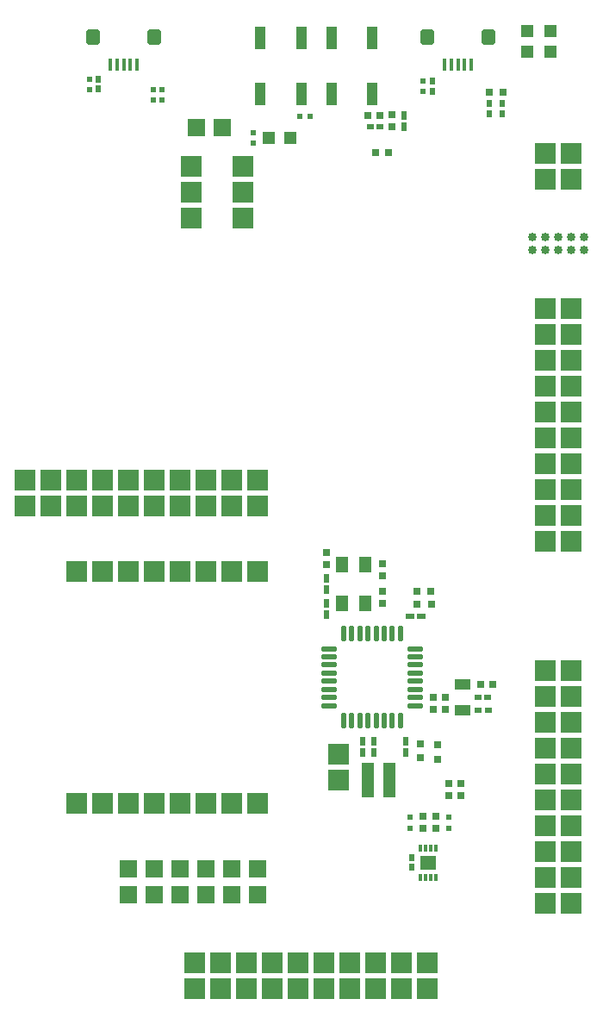
<source format=gtp>
G04 Layer_Color=8421504*
%FSLAX43Y43*%
%MOMM*%
G71*
G01*
G75*
%ADD11R,0.650X0.800*%
%ADD12R,0.800X0.650*%
%ADD13R,0.500X0.600*%
%ADD14R,0.600X0.900*%
%ADD15R,0.650X0.500*%
%ADD16R,0.900X0.600*%
%ADD17R,0.700X0.700*%
%ADD18R,0.700X0.700*%
%ADD19R,0.762X0.762*%
%ADD20R,0.550X0.600*%
%ADD21R,0.500X0.650*%
%ADD22R,1.000X2.250*%
%ADD23R,1.200X1.200*%
%ADD24R,1.200X1.200*%
%ADD27R,0.600X0.550*%
%ADD28R,0.762X0.762*%
%ADD29R,1.300X3.400*%
%ADD31R,0.300X0.700*%
%ADD32O,0.500X1.600*%
%ADD33O,1.600X0.500*%
%ADD34R,1.300X1.600*%
%ADD35R,1.550X1.000*%
%ADD50C,0.850*%
%ADD99R,2.100X2.100*%
%ADD100R,2.100X2.100*%
%ADD101R,1.750X1.750*%
%ADD102R,1.700X1.700*%
G04:AMPARAMS|DCode=103|XSize=1.397mm|YSize=1.473mm|CornerRadius=0.174mm|HoleSize=0mm|Usage=FLASHONLY|Rotation=180.000|XOffset=0mm|YOffset=0mm|HoleType=Round|Shape=RoundedRectangle|*
%AMROUNDEDRECTD103*
21,1,1.397,1.125,0,0,180.0*
21,1,1.049,1.473,0,0,180.0*
1,1,0.348,-0.525,0.563*
1,1,0.348,0.525,0.563*
1,1,0.348,0.525,-0.563*
1,1,0.348,-0.525,-0.563*
%
%ADD103ROUNDEDRECTD103*%
G04:AMPARAMS|DCode=104|XSize=0.315mm|YSize=1.255mm|CornerRadius=0.056mm|HoleSize=0mm|Usage=FLASHONLY|Rotation=180.000|XOffset=0mm|YOffset=0mm|HoleType=Round|Shape=RoundedRectangle|*
%AMROUNDEDRECTD104*
21,1,0.315,1.143,0,0,180.0*
21,1,0.203,1.255,0,0,180.0*
1,1,0.112,-0.102,0.572*
1,1,0.112,0.102,0.572*
1,1,0.112,0.102,-0.572*
1,1,0.112,-0.102,-0.572*
%
%ADD104ROUNDEDRECTD104*%
%ADD105R,1.550X1.350*%
D11*
X-23010Y-56495D02*
D03*
Y-57695D02*
D03*
X-28520Y-53890D02*
D03*
Y-52690D02*
D03*
X-22060Y-10900D02*
D03*
Y-9700D02*
D03*
X-17750Y-78600D02*
D03*
Y-79800D02*
D03*
X-19050Y-78600D02*
D03*
Y-79800D02*
D03*
X-23010Y-53820D02*
D03*
Y-55020D02*
D03*
D12*
X-16850Y-66950D02*
D03*
X-18050D02*
D03*
X-16850Y-68100D02*
D03*
X-18050D02*
D03*
X-16509Y-75400D02*
D03*
X-15309D02*
D03*
X-16509Y-76575D02*
D03*
X-15309D02*
D03*
X-12150Y-65640D02*
D03*
X-13350D02*
D03*
X-22450Y-13375D02*
D03*
X-23650D02*
D03*
X-23280Y-9800D02*
D03*
X-24480D02*
D03*
D13*
X-16490Y-78730D02*
D03*
X-16490Y-79780D02*
D03*
X-20310Y-78730D02*
D03*
X-20310Y-79780D02*
D03*
D14*
X-28490Y-55236D02*
D03*
Y-56336D02*
D03*
X-28490Y-58831D02*
D03*
Y-57731D02*
D03*
X-23894Y-72325D02*
D03*
Y-71225D02*
D03*
X-20695Y-71270D02*
D03*
Y-72370D02*
D03*
X-24994Y-72325D02*
D03*
Y-71225D02*
D03*
X-20935Y-10850D02*
D03*
Y-9750D02*
D03*
D15*
X-12629Y-68235D02*
D03*
X-13579D02*
D03*
X-23245Y-10845D02*
D03*
X-24195D02*
D03*
X-12659Y-66915D02*
D03*
X-13609D02*
D03*
D16*
X-19240Y-58950D02*
D03*
X-20340D02*
D03*
D17*
X-17600Y-73000D02*
D03*
Y-71600D02*
D03*
D18*
X-18230Y-56490D02*
D03*
X-19630D02*
D03*
X-12525Y-7500D02*
D03*
X-11125D02*
D03*
D19*
X-18226Y-57745D02*
D03*
X-19622D02*
D03*
D20*
X-51830Y-6203D02*
D03*
Y-7203D02*
D03*
X-35675Y-12450D02*
D03*
Y-11450D02*
D03*
X-19005Y-6400D02*
D03*
Y-7400D02*
D03*
X-45525Y-7225D02*
D03*
Y-8225D02*
D03*
X-44650D02*
D03*
Y-7225D02*
D03*
D21*
X-50930Y-7178D02*
D03*
Y-6228D02*
D03*
X-18105Y-7375D02*
D03*
Y-6425D02*
D03*
X-12525Y-8625D02*
D03*
Y-9575D02*
D03*
X-11225Y-8625D02*
D03*
Y-9575D02*
D03*
X-20150Y-82675D02*
D03*
Y-83625D02*
D03*
D22*
X-31000Y-7650D02*
D03*
Y-2150D02*
D03*
X-35000D02*
D03*
Y-7650D02*
D03*
X-24000D02*
D03*
Y-2150D02*
D03*
X-28000D02*
D03*
Y-7650D02*
D03*
D23*
X-6500Y-3550D02*
D03*
Y-1450D02*
D03*
X-8750Y-3550D02*
D03*
Y-1450D02*
D03*
D24*
X-32050Y-12000D02*
D03*
X-34150D02*
D03*
D27*
X-30150Y-9850D02*
D03*
X-31150D02*
D03*
D28*
X-19247Y-71497D02*
D03*
Y-72894D02*
D03*
D29*
X-22330Y-75080D02*
D03*
X-24430D02*
D03*
D31*
X-19250Y-84650D02*
D03*
X-18750D02*
D03*
X-18250D02*
D03*
X-17750D02*
D03*
Y-81750D02*
D03*
X-18250D02*
D03*
X-18750D02*
D03*
X-19250D02*
D03*
D32*
X-21240Y-69200D02*
D03*
X-22040D02*
D03*
X-22840D02*
D03*
X-23640D02*
D03*
X-24440D02*
D03*
X-25240D02*
D03*
X-26040D02*
D03*
X-26840D02*
D03*
X-26840Y-60700D02*
D03*
X-26040D02*
D03*
X-25240D02*
D03*
X-24440D02*
D03*
X-23640D02*
D03*
X-22840D02*
D03*
X-22040D02*
D03*
X-21240D02*
D03*
D33*
X-28290Y-67750D02*
D03*
Y-66950D02*
D03*
Y-66150D02*
D03*
Y-65350D02*
D03*
Y-64550D02*
D03*
Y-63750D02*
D03*
Y-62950D02*
D03*
Y-62150D02*
D03*
X-19790Y-62150D02*
D03*
Y-62950D02*
D03*
Y-63750D02*
D03*
Y-64550D02*
D03*
Y-65350D02*
D03*
Y-66150D02*
D03*
Y-66950D02*
D03*
Y-67750D02*
D03*
D34*
X-26990Y-53916D02*
D03*
Y-57716D02*
D03*
X-24690D02*
D03*
Y-53916D02*
D03*
D35*
X-15164Y-65635D02*
D03*
Y-68235D02*
D03*
D50*
X-8240Y-23010D02*
D03*
X-6970D02*
D03*
X-5700D02*
D03*
X-4430D02*
D03*
X-3160D02*
D03*
Y-21740D02*
D03*
X-4430D02*
D03*
X-5700D02*
D03*
X-6970D02*
D03*
X-8240D02*
D03*
X-8240Y-23010D02*
D03*
Y-21740D02*
D03*
X-6970Y-23010D02*
D03*
Y-21740D02*
D03*
X-5700Y-23010D02*
D03*
Y-21740D02*
D03*
X-4430Y-23010D02*
D03*
Y-21740D02*
D03*
X-3160Y-23010D02*
D03*
Y-21740D02*
D03*
D99*
X-35280Y-77380D02*
D03*
X-37820D02*
D03*
X-40360D02*
D03*
X-42900D02*
D03*
X-45440D02*
D03*
X-47980D02*
D03*
X-50520D02*
D03*
X-53060D02*
D03*
X-36696Y-19840D02*
D03*
Y-17300D02*
D03*
Y-14760D02*
D03*
X-4430Y-38890D02*
D03*
X-6970D02*
D03*
X-4430Y-36350D02*
D03*
X-6970D02*
D03*
X-4430Y-33810D02*
D03*
X-6970D02*
D03*
X-4430Y-31270D02*
D03*
X-6970D02*
D03*
X-4430Y-28730D02*
D03*
X-6970Y-41430D02*
D03*
X-4430D02*
D03*
X-6970Y-43970D02*
D03*
X-4430D02*
D03*
X-6970Y-46510D02*
D03*
X-4430D02*
D03*
X-6970Y-49050D02*
D03*
X-4430D02*
D03*
X-6970Y-51590D02*
D03*
X-4430D02*
D03*
X-6970Y-28730D02*
D03*
X-35305Y-54525D02*
D03*
X-37845D02*
D03*
X-40385D02*
D03*
X-42925D02*
D03*
X-45465D02*
D03*
X-48005D02*
D03*
X-50545D02*
D03*
X-53085D02*
D03*
X-27339Y-75075D02*
D03*
Y-72535D02*
D03*
X-41776Y-19840D02*
D03*
Y-17300D02*
D03*
Y-14760D02*
D03*
X-4430Y-16030D02*
D03*
X-6970D02*
D03*
X-4430Y-13490D02*
D03*
X-6970D02*
D03*
X-4430Y-74450D02*
D03*
X-6970D02*
D03*
X-4430Y-71910D02*
D03*
X-6970D02*
D03*
X-4430Y-69370D02*
D03*
X-6970D02*
D03*
X-4430Y-66830D02*
D03*
X-6970D02*
D03*
X-4430Y-64290D02*
D03*
X-6970Y-76990D02*
D03*
X-4430D02*
D03*
X-6970Y-79530D02*
D03*
X-4430D02*
D03*
X-6970Y-82070D02*
D03*
X-4430D02*
D03*
X-6970Y-84610D02*
D03*
X-4430D02*
D03*
X-6970Y-87150D02*
D03*
X-4430D02*
D03*
X-6970Y-64290D02*
D03*
D100*
X-28730Y-95570D02*
D03*
Y-93030D02*
D03*
X-26190Y-95570D02*
D03*
Y-93030D02*
D03*
X-23650Y-95570D02*
D03*
Y-93030D02*
D03*
X-21110Y-95570D02*
D03*
Y-93030D02*
D03*
X-18570Y-95570D02*
D03*
X-31270Y-93030D02*
D03*
Y-95570D02*
D03*
X-33810Y-93030D02*
D03*
Y-95570D02*
D03*
X-36350Y-93030D02*
D03*
Y-95570D02*
D03*
X-38890Y-93030D02*
D03*
Y-95570D02*
D03*
X-41430Y-93030D02*
D03*
Y-95570D02*
D03*
X-18570Y-93030D02*
D03*
X-35280Y-48170D02*
D03*
Y-45630D02*
D03*
X-37820D02*
D03*
Y-48170D02*
D03*
X-40360D02*
D03*
Y-45630D02*
D03*
X-42900D02*
D03*
Y-48170D02*
D03*
X-45440Y-45630D02*
D03*
Y-48170D02*
D03*
X-47980D02*
D03*
Y-45630D02*
D03*
X-50520D02*
D03*
Y-48170D02*
D03*
X-58140Y-45630D02*
D03*
X-55600D02*
D03*
X-53060D02*
D03*
Y-48170D02*
D03*
X-55600D02*
D03*
X-58140D02*
D03*
D101*
X-35305Y-83735D02*
D03*
Y-86275D02*
D03*
X-37845D02*
D03*
X-37845Y-83735D02*
D03*
X-40385Y-86275D02*
D03*
Y-83735D02*
D03*
X-42925Y-86275D02*
D03*
Y-83735D02*
D03*
X-45465Y-86275D02*
D03*
Y-83735D02*
D03*
X-48005Y-86275D02*
D03*
X-48005Y-83735D02*
D03*
D102*
X-41270Y-10950D02*
D03*
X-38730D02*
D03*
D103*
X-12590Y-2050D02*
D03*
X-18610D02*
D03*
X-45438Y-2058D02*
D03*
X-51458D02*
D03*
D104*
X-14300Y-4742D02*
D03*
X-14950Y-4742D02*
D03*
X-16900Y-4742D02*
D03*
X-16250D02*
D03*
X-15600D02*
D03*
X-47148Y-4750D02*
D03*
X-47798Y-4750D02*
D03*
X-49748Y-4750D02*
D03*
X-49098D02*
D03*
X-48448D02*
D03*
D105*
X-18500Y-83200D02*
D03*
M02*

</source>
